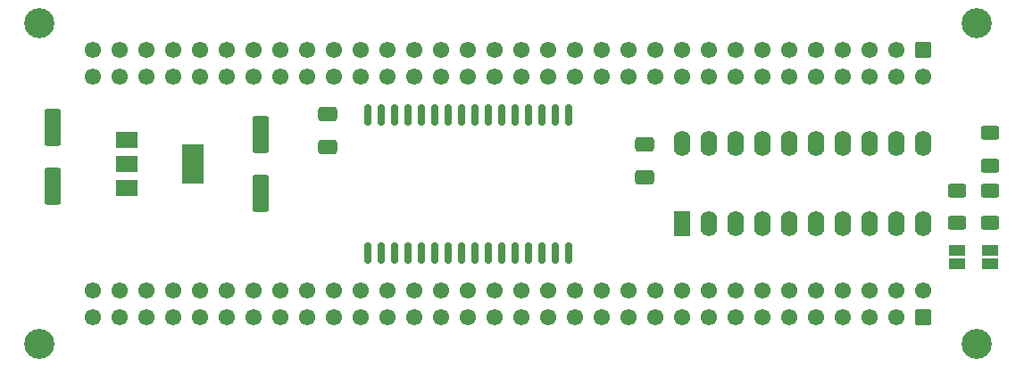
<source format=gts>
%TF.GenerationSoftware,KiCad,Pcbnew,8.0.6+1*%
%TF.CreationDate,2024-12-06T18:57:37+01:00*%
%TF.ProjectId,qlexternal512kram_MIX,716c6578-7465-4726-9e61-6c3531326b72,3*%
%TF.SameCoordinates,Original*%
%TF.FileFunction,Soldermask,Top*%
%TF.FilePolarity,Negative*%
%FSLAX46Y46*%
G04 Gerber Fmt 4.6, Leading zero omitted, Abs format (unit mm)*
G04 Created by KiCad (PCBNEW 8.0.6+1) date 2024-12-06 18:57:37*
%MOMM*%
%LPD*%
G01*
G04 APERTURE LIST*
G04 Aperture macros list*
%AMRoundRect*
0 Rectangle with rounded corners*
0 $1 Rounding radius*
0 $2 $3 $4 $5 $6 $7 $8 $9 X,Y pos of 4 corners*
0 Add a 4 corners polygon primitive as box body*
4,1,4,$2,$3,$4,$5,$6,$7,$8,$9,$2,$3,0*
0 Add four circle primitives for the rounded corners*
1,1,$1+$1,$2,$3*
1,1,$1+$1,$4,$5*
1,1,$1+$1,$6,$7*
1,1,$1+$1,$8,$9*
0 Add four rect primitives between the rounded corners*
20,1,$1+$1,$2,$3,$4,$5,0*
20,1,$1+$1,$4,$5,$6,$7,0*
20,1,$1+$1,$6,$7,$8,$9,0*
20,1,$1+$1,$8,$9,$2,$3,0*%
G04 Aperture macros list end*
%ADD10R,1.500000X1.000000*%
%ADD11R,2.000000X1.500000*%
%ADD12R,2.000000X3.800000*%
%ADD13RoundRect,0.250000X-0.550000X1.500000X-0.550000X-1.500000X0.550000X-1.500000X0.550000X1.500000X0*%
%ADD14RoundRect,0.250000X-0.650000X0.412500X-0.650000X-0.412500X0.650000X-0.412500X0.650000X0.412500X0*%
%ADD15C,2.850000*%
%ADD16RoundRect,0.249999X0.525001X0.525001X-0.525001X0.525001X-0.525001X-0.525001X0.525001X-0.525001X0*%
%ADD17C,1.550000*%
%ADD18RoundRect,0.250000X-0.625000X0.400000X-0.625000X-0.400000X0.625000X-0.400000X0.625000X0.400000X0*%
%ADD19RoundRect,0.249999X-0.525001X-0.525001X0.525001X-0.525001X0.525001X0.525001X-0.525001X0.525001X0*%
%ADD20RoundRect,0.250000X0.625000X-0.400000X0.625000X0.400000X-0.625000X0.400000X-0.625000X-0.400000X0*%
%ADD21R,1.600000X2.400000*%
%ADD22O,1.600000X2.400000*%
%ADD23RoundRect,0.150000X0.150000X-0.875000X0.150000X0.875000X-0.150000X0.875000X-0.150000X-0.875000X0*%
G04 APERTURE END LIST*
D10*
%TO.C,JP1*%
X184245000Y-78105000D03*
X184245000Y-76805000D03*
%TD*%
D11*
%TO.C,U3*%
X105530000Y-66280000D03*
X105530000Y-68580000D03*
D12*
X111830000Y-68580000D03*
D11*
X105530000Y-70880000D03*
%TD*%
D13*
%TO.C,C1*%
X98520000Y-65145000D03*
X98520000Y-70745000D03*
%TD*%
D14*
%TO.C,C4*%
X154654000Y-66725000D03*
X154654000Y-69850000D03*
%TD*%
D13*
%TO.C,C2*%
X118205000Y-65780000D03*
X118205000Y-71380000D03*
%TD*%
D14*
%TO.C,C3*%
X124555000Y-63842500D03*
X124555000Y-66967500D03*
%TD*%
D15*
%TO.C,J1*%
X97250000Y-55245000D03*
X186150000Y-55245000D03*
D16*
X181070000Y-57785000D03*
D17*
X178530000Y-57785000D03*
X175990000Y-57785000D03*
X173450000Y-57785000D03*
X170910000Y-57785000D03*
X168370000Y-57785000D03*
X165830000Y-57785000D03*
X163290000Y-57785000D03*
X160750000Y-57785000D03*
X158210000Y-57785000D03*
X155670000Y-57785000D03*
X153130000Y-57785000D03*
X150590000Y-57785000D03*
X148050000Y-57785000D03*
X145510000Y-57785000D03*
X142970000Y-57785000D03*
X140430000Y-57785000D03*
X137890000Y-57785000D03*
X135350000Y-57785000D03*
X132810000Y-57785000D03*
X130270000Y-57785000D03*
X127730000Y-57785000D03*
X125190000Y-57785000D03*
X122650000Y-57785000D03*
X120110000Y-57785000D03*
X117570000Y-57785000D03*
X115030000Y-57785000D03*
X112490000Y-57785000D03*
X109950000Y-57785000D03*
X107410000Y-57785000D03*
X104870000Y-57785000D03*
X102330000Y-57785000D03*
X181070000Y-60325000D03*
X178530000Y-60325000D03*
X175990000Y-60325000D03*
X173450000Y-60325000D03*
X170910000Y-60325000D03*
X168370000Y-60325000D03*
X165830000Y-60325000D03*
X163290000Y-60325000D03*
X160750000Y-60325000D03*
X158210000Y-60325000D03*
X155670000Y-60325000D03*
X153130000Y-60325000D03*
X150590000Y-60325000D03*
X148050000Y-60325000D03*
X145510000Y-60325000D03*
X142970000Y-60325000D03*
X140430000Y-60325000D03*
X137890000Y-60325000D03*
X135350000Y-60325000D03*
X132810000Y-60325000D03*
X130270000Y-60325000D03*
X127730000Y-60325000D03*
X125190000Y-60325000D03*
X122650000Y-60325000D03*
X120110000Y-60325000D03*
X117570000Y-60325000D03*
X115030000Y-60325000D03*
X112490000Y-60325000D03*
X109950000Y-60325000D03*
X107410000Y-60325000D03*
X104870000Y-60325000D03*
X102330000Y-60325000D03*
%TD*%
D18*
%TO.C,R2*%
X187420000Y-71120000D03*
X187420000Y-74220000D03*
%TD*%
D15*
%TO.C,J2*%
X186150000Y-85725000D03*
X97250000Y-85725000D03*
D19*
X181060000Y-83185000D03*
D17*
X178520000Y-83185000D03*
X175980000Y-83185000D03*
X173440000Y-83185000D03*
X170900000Y-83185000D03*
X168360000Y-83185000D03*
X165820000Y-83185000D03*
X163280000Y-83185000D03*
X160740000Y-83185000D03*
X158200000Y-83185000D03*
X155660000Y-83185000D03*
X153120000Y-83185000D03*
X150580000Y-83185000D03*
X148040000Y-83185000D03*
X145500000Y-83185000D03*
X142960000Y-83185000D03*
X140420000Y-83185000D03*
X137880000Y-83185000D03*
X135340000Y-83185000D03*
X132800000Y-83185000D03*
X130260000Y-83185000D03*
X127720000Y-83185000D03*
X125180000Y-83185000D03*
X122640000Y-83185000D03*
X120100000Y-83185000D03*
X117560000Y-83185000D03*
X115020000Y-83185000D03*
X112480000Y-83185000D03*
X109940000Y-83185000D03*
X107400000Y-83185000D03*
X104860000Y-83185000D03*
X102320000Y-83185000D03*
X181060000Y-80645000D03*
X178520000Y-80645000D03*
X175980000Y-80645000D03*
X173440000Y-80645000D03*
X170900000Y-80645000D03*
X168360000Y-80645000D03*
X165820000Y-80645000D03*
X163280000Y-80645000D03*
X160740000Y-80645000D03*
X158200000Y-80645000D03*
X155660000Y-80645000D03*
X153120000Y-80645000D03*
X150580000Y-80645000D03*
X148040000Y-80645000D03*
X145500000Y-80645000D03*
X142960000Y-80645000D03*
X140420000Y-80645000D03*
X137880000Y-80645000D03*
X135340000Y-80645000D03*
X132800000Y-80645000D03*
X130260000Y-80645000D03*
X127720000Y-80645000D03*
X125180000Y-80645000D03*
X122640000Y-80645000D03*
X120100000Y-80645000D03*
X117560000Y-80645000D03*
X115020000Y-80645000D03*
X112480000Y-80645000D03*
X109940000Y-80645000D03*
X107400000Y-80645000D03*
X104860000Y-80645000D03*
X102320000Y-80645000D03*
%TD*%
D10*
%TO.C,JP2*%
X187420000Y-78120000D03*
X187420000Y-76820000D03*
%TD*%
D20*
%TO.C,R3*%
X187420000Y-68759000D03*
X187420000Y-65659000D03*
%TD*%
D21*
%TO.C,U2*%
X158215000Y-74310000D03*
D22*
X160755000Y-74310000D03*
X163295000Y-74310000D03*
X165835000Y-74310000D03*
X168375000Y-74310000D03*
X170915000Y-74310000D03*
X173455000Y-74310000D03*
X175995000Y-74310000D03*
X178535000Y-74310000D03*
X181075000Y-74310000D03*
X181075000Y-66690000D03*
X178535000Y-66690000D03*
X175995000Y-66690000D03*
X173455000Y-66690000D03*
X170915000Y-66690000D03*
X168375000Y-66690000D03*
X165835000Y-66690000D03*
X163295000Y-66690000D03*
X160755000Y-66690000D03*
X158215000Y-66690000D03*
%TD*%
D18*
%TO.C,R1*%
X184245000Y-71120000D03*
X184245000Y-74220000D03*
%TD*%
D23*
%TO.C,U1*%
X128365000Y-77035000D03*
X129635000Y-77035000D03*
X130905000Y-77035000D03*
X132175000Y-77035000D03*
X133445000Y-77035000D03*
X134715000Y-77035000D03*
X135985000Y-77035000D03*
X137255000Y-77035000D03*
X138525000Y-77035000D03*
X139795000Y-77035000D03*
X141065000Y-77035000D03*
X142335000Y-77035000D03*
X143605000Y-77035000D03*
X144875000Y-77035000D03*
X146145000Y-77035000D03*
X147415000Y-77035000D03*
X147415000Y-63935000D03*
X146145000Y-63935000D03*
X144875000Y-63935000D03*
X143605000Y-63935000D03*
X142335000Y-63935000D03*
X141065000Y-63935000D03*
X139795000Y-63935000D03*
X138525000Y-63935000D03*
X137255000Y-63935000D03*
X135985000Y-63935000D03*
X134715000Y-63935000D03*
X133445000Y-63935000D03*
X132175000Y-63935000D03*
X130905000Y-63935000D03*
X129635000Y-63935000D03*
X128365000Y-63935000D03*
%TD*%
M02*

</source>
